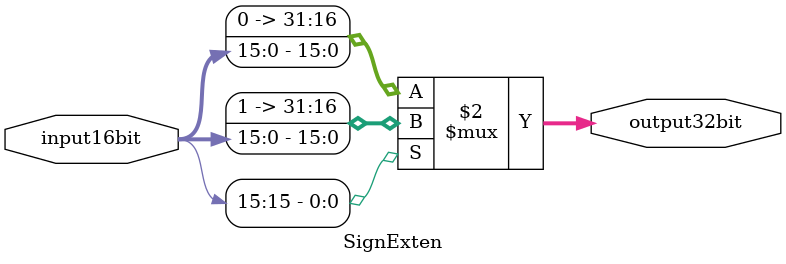
<source format=v>

module SignExten(input16bit, output32bit);

input [15:0] input16bit;
output [31:0] output32bit;

assign output32bit = (input16bit[15]==1'b1)
    ?{16'b1111_1111_1111_1111,input16bit}
    :{16'b0000_0000_0000_0000,input16bit};

endmodule
</source>
